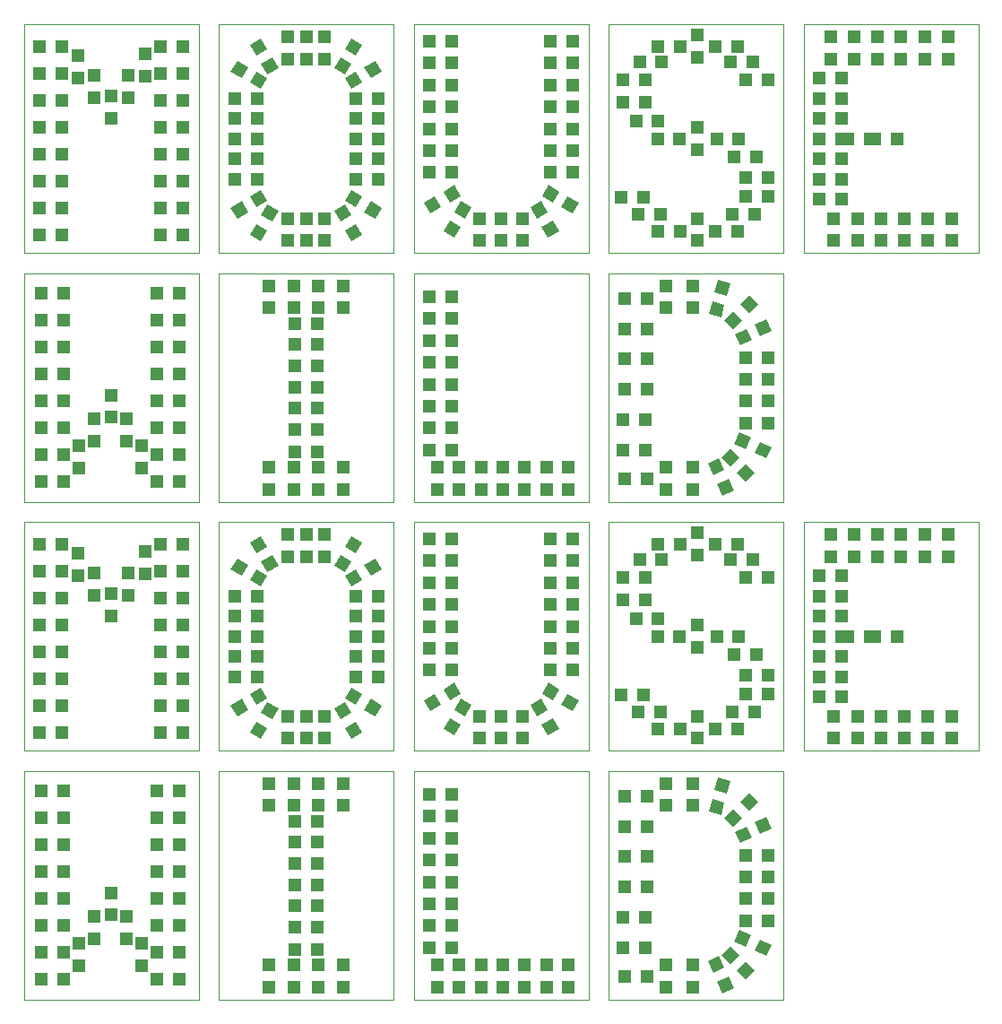
<source format=gtp>
G75*
G70*
%OFA0B0*%
%FSLAX25Y25*%
%IPPOS*%
%LPD*%
%AMOC8*
5,1,8,0,0,1.08239X$1,22.5*
%
%ADD17C,0.00000*%
%ADD19R,0.04720X0.04720*%
X0010000Y0010000D02*
G75*
%LPD*%
D17*
X0010000Y0010000D02*
X0010000Y0095000D01*
X0075000Y0095000D01*
X0075000Y0010000D01*
X0010000Y0010000D01*
D19*
X0016490Y0017500D03*
X0024760Y0017500D03*
X0030620Y0022740D03*
X0024760Y0027500D03*
X0030620Y0031010D03*
X0036250Y0032740D03*
X0036250Y0041010D03*
X0042500Y0041490D03*
X0048120Y0041010D03*
X0048120Y0032740D03*
X0053750Y0031010D03*
X0059610Y0027500D03*
X0053750Y0022740D03*
X0059610Y0017500D03*
X0067880Y0017500D03*
X0067880Y0027500D03*
X0067880Y0037500D03*
X0059610Y0037500D03*
X0059610Y0047500D03*
X0067880Y0047500D03*
X0067880Y0057500D03*
X0059610Y0057500D03*
X0059610Y0067500D03*
X0067880Y0067500D03*
X0067880Y0077500D03*
X0059610Y0077500D03*
X0059610Y0087500D03*
X0067880Y0087500D03*
X0042500Y0049760D03*
X0024760Y0047500D03*
X0016490Y0047500D03*
X0016490Y0057500D03*
X0024760Y0057500D03*
X0024760Y0067500D03*
X0016490Y0067500D03*
X0016490Y0077500D03*
X0024760Y0077500D03*
X0024760Y0087500D03*
X0016490Y0087500D03*
X0016490Y0037500D03*
X0024760Y0037500D03*
X0016490Y0027500D03*
X0082500Y0010000D02*
G75*
%LPD*%
D17*
X0082500Y0010000D02*
X0082500Y0095000D01*
X0147500Y0095000D01*
X0147500Y0010000D01*
X0082500Y0010000D01*
D19*
X0101250Y0014610D03*
X0101250Y0022880D03*
X0110620Y0022880D03*
X0110860Y0028750D03*
X0110860Y0036870D03*
X0110860Y0045000D03*
X0110860Y0052500D03*
X0110860Y0060620D03*
X0110860Y0068750D03*
X0110860Y0076250D03*
X0110620Y0082110D03*
X0110620Y0090380D03*
X0119370Y0090380D03*
X0119370Y0082110D03*
X0119130Y0076250D03*
X0119130Y0068750D03*
X0119130Y0060620D03*
X0119130Y0052500D03*
X0119130Y0045000D03*
X0119130Y0036870D03*
X0119130Y0028750D03*
X0119370Y0022880D03*
X0119370Y0014610D03*
X0110620Y0014610D03*
X0128750Y0014610D03*
X0128750Y0022880D03*
X0128750Y0082110D03*
X0128750Y0090380D03*
X0101250Y0090380D03*
X0101250Y0082110D03*
X0155000Y0010000D02*
G75*
%LPD*%
D17*
X0155000Y0010000D02*
X0155000Y0095000D01*
X0220000Y0095000D01*
X0220000Y0010000D01*
X0155000Y0010000D01*
D19*
X0163750Y0014610D03*
X0171870Y0014610D03*
X0180000Y0014610D03*
X0180000Y0022880D03*
X0171870Y0022880D03*
X0169130Y0029370D03*
X0163750Y0022880D03*
X0160860Y0029370D03*
X0160860Y0037500D03*
X0160860Y0045620D03*
X0160860Y0053750D03*
X0160860Y0061870D03*
X0160860Y0070000D03*
X0160860Y0078120D03*
X0160860Y0086250D03*
X0169130Y0086250D03*
X0169130Y0078120D03*
X0169130Y0070000D03*
X0169130Y0061870D03*
X0169130Y0053750D03*
X0169130Y0045620D03*
X0169130Y0037500D03*
X0188120Y0022880D03*
X0196250Y0022880D03*
X0204370Y0022880D03*
X0204370Y0014610D03*
X0196250Y0014610D03*
X0188120Y0014610D03*
X0212500Y0014610D03*
X0212500Y0022880D03*
X0227500Y0010000D02*
G75*
%LPD*%
D17*
X0227500Y0010000D02*
X0227500Y0095000D01*
X0292500Y0095000D01*
X0292500Y0010000D01*
X0227500Y0010000D01*
D19*
X0233360Y0018750D03*
X0241630Y0018750D03*
X0248750Y0022880D03*
X0248750Y0014610D03*
X0258750Y0014610D03*
X0258750Y0022880D03*
X0241010Y0029370D03*
X0232740Y0029370D03*
X0232740Y0040620D03*
X0241010Y0040620D03*
X0241630Y0051870D03*
X0233360Y0051870D03*
X0233360Y0063120D03*
X0241630Y0063120D03*
X0241630Y0074370D03*
X0233360Y0074370D03*
X0233360Y0085620D03*
X0241630Y0085620D03*
X0248750Y0082110D03*
X0248750Y0090380D03*
X0258750Y0090380D03*
X0258750Y0082110D03*
X0278360Y0063750D03*
X0278360Y0055620D03*
X0278360Y0047500D03*
X0278360Y0039370D03*
X0286630Y0039370D03*
X0286630Y0047500D03*
X0286630Y0055620D03*
X0286630Y0063750D03*
D19*
G36*
X0276360Y0068120D02*
X0274370Y0072390D01*
X0278640Y0074380D01*
X0280630Y0070110D01*
X0276360Y0068120D01*
G37*
G36*
X0273950Y0074370D02*
X0270620Y0077700D01*
X0273950Y0081030D01*
X0277280Y0077700D01*
X0273950Y0074370D01*
G37*
G36*
X0269340Y0078740D02*
X0264790Y0079970D01*
X0266020Y0084520D01*
X0270570Y0083290D01*
X0269340Y0078740D01*
G37*
G36*
X0271480Y0086720D02*
X0266930Y0087950D01*
X0268160Y0092500D01*
X0272710Y0091270D01*
X0271480Y0086720D01*
G37*
G36*
X0279790Y0080210D02*
X0276460Y0083540D01*
X0279790Y0086870D01*
X0283120Y0083540D01*
X0279790Y0080210D01*
G37*
G36*
X0283850Y0071610D02*
X0281860Y0075880D01*
X0286130Y0077870D01*
X0288120Y0073600D01*
X0283850Y0071610D01*
G37*
G36*
X0274210Y0031600D02*
X0276200Y0035870D01*
X0280470Y0033880D01*
X0278480Y0029610D01*
X0274210Y0031600D01*
G37*
G36*
X0269370Y0026670D02*
X0272700Y0030000D01*
X0276030Y0026670D01*
X0272700Y0023340D01*
X0269370Y0026670D01*
G37*
G36*
X0264300Y0024180D02*
X0268570Y0026170D01*
X0270560Y0021900D01*
X0266290Y0019910D01*
X0264300Y0024180D01*
G37*
G36*
X0267790Y0016690D02*
X0272060Y0018680D01*
X0274050Y0014410D01*
X0269780Y0012420D01*
X0267790Y0016690D01*
G37*
G36*
X0275210Y0020820D02*
X0278540Y0024150D01*
X0281870Y0020820D01*
X0278540Y0017490D01*
X0275210Y0020820D01*
G37*
G36*
X0281710Y0028110D02*
X0283700Y0032380D01*
X0287970Y0030390D01*
X0285980Y0026120D01*
X0281710Y0028110D01*
G37*
X0010000Y0102500D02*
G75*
%LPD*%
D17*
X0010000Y0102500D02*
X0010000Y0187500D01*
X0075000Y0187500D01*
X0075000Y0102500D01*
X0010000Y0102500D01*
D19*
X0015860Y0109370D03*
X0024130Y0109370D03*
X0024130Y0119370D03*
X0015860Y0119370D03*
X0015860Y0129370D03*
X0024130Y0129370D03*
X0024130Y0139370D03*
X0015860Y0139370D03*
X0015860Y0149370D03*
X0024130Y0149370D03*
X0024130Y0159370D03*
X0015860Y0159370D03*
X0015860Y0169370D03*
X0024130Y0169370D03*
X0030000Y0167740D03*
X0036250Y0168510D03*
X0030000Y0176010D03*
X0024130Y0179370D03*
X0015860Y0179370D03*
X0036250Y0160240D03*
X0042500Y0161010D03*
X0048750Y0160240D03*
X0048750Y0168510D03*
X0055000Y0168360D03*
X0060860Y0169370D03*
X0055000Y0176630D03*
X0060860Y0179370D03*
X0069130Y0179370D03*
X0069130Y0169370D03*
X0069130Y0159370D03*
X0060860Y0159370D03*
X0060860Y0149370D03*
X0069130Y0149370D03*
X0069130Y0139370D03*
X0060860Y0139370D03*
X0060860Y0129370D03*
X0069130Y0129370D03*
X0069130Y0119370D03*
X0060860Y0119370D03*
X0060860Y0109370D03*
X0069130Y0109370D03*
X0042500Y0152740D03*
X0082500Y0102500D02*
G75*
%LPD*%
D17*
X0082500Y0102500D02*
X0082500Y0187500D01*
X0147500Y0187500D01*
X0147500Y0102500D01*
X0082500Y0102500D01*
D19*
X0108120Y0107110D03*
X0115000Y0107110D03*
X0121870Y0107110D03*
X0121870Y0115380D03*
X0115000Y0115380D03*
X0108120Y0115380D03*
X0096630Y0130000D03*
X0096630Y0137500D03*
X0096630Y0145000D03*
X0096630Y0152500D03*
X0096630Y0160000D03*
X0088360Y0160000D03*
X0088360Y0152500D03*
X0088360Y0145000D03*
X0088360Y0137500D03*
X0088360Y0130000D03*
X0108120Y0174610D03*
X0115000Y0174610D03*
X0121870Y0174610D03*
X0121870Y0182880D03*
X0115000Y0182880D03*
X0108120Y0182880D03*
X0133360Y0160000D03*
X0133360Y0152500D03*
X0133360Y0145000D03*
X0133360Y0137500D03*
X0133360Y0130000D03*
X0141630Y0130000D03*
X0141630Y0137500D03*
X0141630Y0145000D03*
X0141630Y0152500D03*
X0141630Y0160000D03*
D19*
G36*
X0131810Y0163460D02*
X0129450Y0167540D01*
X0133530Y0169900D01*
X0135890Y0165820D01*
X0131810Y0163460D01*
G37*
G36*
X0129410Y0168820D02*
X0125330Y0171180D01*
X0127690Y0175260D01*
X0131770Y0172900D01*
X0129410Y0168820D01*
G37*
G36*
X0138970Y0167590D02*
X0136610Y0171670D01*
X0140690Y0174030D01*
X0143050Y0169950D01*
X0138970Y0167590D01*
G37*
G36*
X0133550Y0175980D02*
X0129470Y0178340D01*
X0131830Y0182420D01*
X0135910Y0180060D01*
X0133550Y0175980D01*
G37*
G36*
X0104660Y0171180D02*
X0100580Y0168820D01*
X0098220Y0172900D01*
X0102300Y0175260D01*
X0104660Y0171180D01*
G37*
G36*
X0100550Y0167540D02*
X0098190Y0163460D01*
X0094110Y0165820D01*
X0096470Y0169900D01*
X0100550Y0167540D01*
G37*
G36*
X0093390Y0171670D02*
X0091030Y0167590D01*
X0086950Y0169950D01*
X0089310Y0174030D01*
X0093390Y0171670D01*
G37*
G36*
X0100520Y0178340D02*
X0096440Y0175980D01*
X0094080Y0180060D01*
X0098160Y0182420D01*
X0100520Y0178340D01*
G37*
G36*
X0098190Y0125910D02*
X0100550Y0121830D01*
X0096470Y0119470D01*
X0094110Y0123550D01*
X0098190Y0125910D01*
G37*
G36*
X0100580Y0120550D02*
X0104660Y0118190D01*
X0102300Y0114110D01*
X0098220Y0116470D01*
X0100580Y0120550D01*
G37*
G36*
X0096440Y0113390D02*
X0100520Y0111030D01*
X0098160Y0106950D01*
X0094080Y0109310D01*
X0096440Y0113390D01*
G37*
G36*
X0091030Y0121770D02*
X0093390Y0117690D01*
X0089310Y0115330D01*
X0086950Y0119410D01*
X0091030Y0121770D01*
G37*
G36*
X0125330Y0118190D02*
X0129410Y0120550D01*
X0131770Y0116470D01*
X0127690Y0114110D01*
X0125330Y0118190D01*
G37*
G36*
X0129450Y0121830D02*
X0131810Y0125910D01*
X0135890Y0123550D01*
X0133530Y0119470D01*
X0129450Y0121830D01*
G37*
G36*
X0136610Y0117690D02*
X0138970Y0121770D01*
X0143050Y0119410D01*
X0140690Y0115330D01*
X0136610Y0117690D01*
G37*
G36*
X0129470Y0111030D02*
X0133550Y0113390D01*
X0135910Y0109310D01*
X0131830Y0106950D01*
X0129470Y0111030D01*
G37*
X0155000Y0102500D02*
G75*
%LPD*%
D17*
X0155000Y0102500D02*
X0155000Y0187500D01*
X0220000Y0187500D01*
X0220000Y0102500D01*
X0155000Y0102500D01*
D19*
X0179370Y0107110D03*
X0187500Y0107110D03*
X0187500Y0115380D03*
X0179370Y0115380D03*
X0169130Y0132500D03*
X0169130Y0140620D03*
X0169130Y0148750D03*
X0169130Y0156870D03*
X0169130Y0165000D03*
X0169130Y0173120D03*
X0169130Y0181250D03*
X0160860Y0181250D03*
X0160860Y0173120D03*
X0160860Y0165000D03*
X0160860Y0156870D03*
X0160860Y0148750D03*
X0160860Y0140620D03*
X0160860Y0132500D03*
X0195620Y0115380D03*
X0195620Y0107110D03*
X0205860Y0132500D03*
X0205860Y0140620D03*
X0205860Y0148750D03*
X0205860Y0156870D03*
X0205860Y0165000D03*
X0205860Y0173120D03*
X0205860Y0181250D03*
X0214130Y0181250D03*
X0214130Y0173120D03*
X0214130Y0165000D03*
X0214130Y0156870D03*
X0214130Y0148750D03*
X0214130Y0140620D03*
X0214130Y0132500D03*
D19*
G36*
X0209180Y0125420D02*
X0206820Y0121340D01*
X0202740Y0123700D01*
X0205100Y0127780D01*
X0209180Y0125420D01*
G37*
G36*
X0216340Y0121290D02*
X0213980Y0117210D01*
X0209900Y0119570D01*
X0212260Y0123650D01*
X0216340Y0121290D01*
G37*
G36*
X0209030Y0110560D02*
X0204950Y0108200D01*
X0202590Y0112280D01*
X0206670Y0114640D01*
X0209030Y0110560D01*
G37*
G36*
X0204900Y0117720D02*
X0200820Y0115360D01*
X0198460Y0119440D01*
X0202540Y0121800D01*
X0204900Y0117720D01*
G37*
G36*
X0174170Y0115360D02*
X0170090Y0117720D01*
X0172450Y0121800D01*
X0176530Y0119440D01*
X0174170Y0115360D01*
G37*
G36*
X0170040Y0108200D02*
X0165960Y0110560D01*
X0168320Y0114640D01*
X0172400Y0112280D01*
X0170040Y0108200D01*
G37*
G36*
X0161180Y0117210D02*
X0158820Y0121290D01*
X0162900Y0123650D01*
X0165260Y0119570D01*
X0161180Y0117210D01*
G37*
G36*
X0168340Y0121340D02*
X0165980Y0125420D01*
X0170060Y0127780D01*
X0172420Y0123700D01*
X0168340Y0121340D01*
G37*
X0227500Y0102500D02*
G75*
%LPD*%
D17*
X0227500Y0102500D02*
X0227500Y0187500D01*
X0292500Y0187500D01*
X0292500Y0102500D01*
X0227500Y0102500D01*
D19*
X0238360Y0116870D03*
X0240380Y0123120D03*
X0246630Y0116870D03*
X0245860Y0110620D03*
X0254130Y0110620D03*
X0260620Y0107110D03*
X0267110Y0110620D03*
X0260620Y0115380D03*
X0273360Y0116870D03*
X0275380Y0110620D03*
X0281630Y0116870D03*
X0278360Y0123750D03*
X0278360Y0130620D03*
X0274250Y0138230D03*
X0275900Y0145000D03*
X0282510Y0138230D03*
X0286630Y0130620D03*
X0286630Y0123750D03*
X0267630Y0145000D03*
X0260620Y0149130D03*
X0253950Y0145070D03*
X0260620Y0140860D03*
X0245680Y0145070D03*
X0245900Y0151610D03*
X0237630Y0151610D03*
X0241010Y0158750D03*
X0241010Y0166870D03*
X0238990Y0173750D03*
X0245860Y0179370D03*
X0247260Y0173750D03*
X0254130Y0179370D03*
X0260620Y0175240D03*
X0267110Y0179370D03*
X0272740Y0173750D03*
X0275380Y0179370D03*
X0281010Y0173750D03*
X0278360Y0166870D03*
X0286630Y0166870D03*
X0260620Y0183510D03*
X0232740Y0166870D03*
X0232740Y0158750D03*
X0232110Y0123120D03*
X0300000Y0102500D02*
G75*
%LPD*%
D17*
X0300000Y0102500D02*
X0300000Y0187500D01*
X0365000Y0187500D01*
X0365000Y0102500D01*
X0300000Y0102500D01*
D19*
X0311250Y0107110D03*
X0311250Y0115380D03*
X0314130Y0122500D03*
X0314130Y0130000D03*
X0314130Y0137500D03*
X0314130Y0145000D03*
X0316490Y0145000D03*
X0314130Y0152500D03*
X0314130Y0160000D03*
X0314130Y0167500D03*
X0310000Y0174610D03*
X0305860Y0167500D03*
X0305860Y0160000D03*
X0305860Y0152500D03*
X0305860Y0145000D03*
X0305860Y0137500D03*
X0305860Y0130000D03*
X0305860Y0122500D03*
X0320000Y0115380D03*
X0320000Y0107110D03*
X0328750Y0107110D03*
X0328750Y0115380D03*
X0337500Y0115380D03*
X0337500Y0107110D03*
X0346250Y0107110D03*
X0346250Y0115380D03*
X0355000Y0115380D03*
X0355000Y0107110D03*
X0334760Y0145000D03*
X0326490Y0145000D03*
X0324760Y0145000D03*
X0327500Y0174610D03*
X0327500Y0182880D03*
X0318750Y0182880D03*
X0318750Y0174610D03*
X0310000Y0182880D03*
X0336250Y0182880D03*
X0336250Y0174610D03*
X0345000Y0174610D03*
X0345000Y0182880D03*
X0353750Y0182880D03*
X0353750Y0174610D03*
X0010000Y0195000D02*
G75*
%LPD*%
D17*
X0010000Y0195000D02*
X0010000Y0280000D01*
X0075000Y0280000D01*
X0075000Y0195000D01*
X0010000Y0195000D01*
D19*
X0016490Y0202500D03*
X0024760Y0202500D03*
X0030620Y0207740D03*
X0024760Y0212500D03*
X0030620Y0216010D03*
X0036250Y0217740D03*
X0036250Y0226010D03*
X0042500Y0226490D03*
X0048120Y0226010D03*
X0048120Y0217740D03*
X0053750Y0216010D03*
X0059610Y0212500D03*
X0053750Y0207740D03*
X0059610Y0202500D03*
X0067880Y0202500D03*
X0067880Y0212500D03*
X0067880Y0222500D03*
X0059610Y0222500D03*
X0059610Y0232500D03*
X0067880Y0232500D03*
X0067880Y0242500D03*
X0059610Y0242500D03*
X0059610Y0252500D03*
X0067880Y0252500D03*
X0067880Y0262500D03*
X0059610Y0262500D03*
X0059610Y0272500D03*
X0067880Y0272500D03*
X0042500Y0234760D03*
X0024760Y0232500D03*
X0016490Y0232500D03*
X0016490Y0242500D03*
X0024760Y0242500D03*
X0024760Y0252500D03*
X0016490Y0252500D03*
X0016490Y0262500D03*
X0024760Y0262500D03*
X0024760Y0272500D03*
X0016490Y0272500D03*
X0016490Y0222500D03*
X0024760Y0222500D03*
X0016490Y0212500D03*
X0082500Y0195000D02*
G75*
%LPD*%
D17*
X0082500Y0195000D02*
X0082500Y0280000D01*
X0147500Y0280000D01*
X0147500Y0195000D01*
X0082500Y0195000D01*
D19*
X0101250Y0199610D03*
X0101250Y0207880D03*
X0110620Y0207880D03*
X0110860Y0213750D03*
X0110860Y0221870D03*
X0110860Y0230000D03*
X0110860Y0237500D03*
X0110860Y0245620D03*
X0110860Y0253750D03*
X0110860Y0261250D03*
X0110620Y0267110D03*
X0110620Y0275380D03*
X0119370Y0275380D03*
X0119370Y0267110D03*
X0119130Y0261250D03*
X0119130Y0253750D03*
X0119130Y0245620D03*
X0119130Y0237500D03*
X0119130Y0230000D03*
X0119130Y0221870D03*
X0119130Y0213750D03*
X0119370Y0207880D03*
X0119370Y0199610D03*
X0110620Y0199610D03*
X0128750Y0199610D03*
X0128750Y0207880D03*
X0128750Y0267110D03*
X0128750Y0275380D03*
X0101250Y0275380D03*
X0101250Y0267110D03*
X0155000Y0195000D02*
G75*
%LPD*%
D17*
X0155000Y0195000D02*
X0155000Y0280000D01*
X0220000Y0280000D01*
X0220000Y0195000D01*
X0155000Y0195000D01*
D19*
X0163750Y0199610D03*
X0171870Y0199610D03*
X0180000Y0199610D03*
X0180000Y0207880D03*
X0171870Y0207880D03*
X0169130Y0214370D03*
X0163750Y0207880D03*
X0160860Y0214370D03*
X0160860Y0222500D03*
X0160860Y0230620D03*
X0160860Y0238750D03*
X0160860Y0246870D03*
X0160860Y0255000D03*
X0160860Y0263120D03*
X0160860Y0271250D03*
X0169130Y0271250D03*
X0169130Y0263120D03*
X0169130Y0255000D03*
X0169130Y0246870D03*
X0169130Y0238750D03*
X0169130Y0230620D03*
X0169130Y0222500D03*
X0188120Y0207880D03*
X0196250Y0207880D03*
X0204370Y0207880D03*
X0204370Y0199610D03*
X0196250Y0199610D03*
X0188120Y0199610D03*
X0212500Y0199610D03*
X0212500Y0207880D03*
X0227500Y0195000D02*
G75*
%LPD*%
D17*
X0227500Y0195000D02*
X0227500Y0280000D01*
X0292500Y0280000D01*
X0292500Y0195000D01*
X0227500Y0195000D01*
D19*
X0233360Y0203750D03*
X0241630Y0203750D03*
X0248750Y0207880D03*
X0248750Y0199610D03*
X0258750Y0199610D03*
X0258750Y0207880D03*
X0241010Y0214370D03*
X0232740Y0214370D03*
X0232740Y0225620D03*
X0241010Y0225620D03*
X0241630Y0236870D03*
X0233360Y0236870D03*
X0233360Y0248120D03*
X0241630Y0248120D03*
X0241630Y0259370D03*
X0233360Y0259370D03*
X0233360Y0270620D03*
X0241630Y0270620D03*
X0248750Y0267110D03*
X0248750Y0275380D03*
X0258750Y0275380D03*
X0258750Y0267110D03*
X0278360Y0248750D03*
X0278360Y0240620D03*
X0278360Y0232500D03*
X0278360Y0224370D03*
X0286630Y0224370D03*
X0286630Y0232500D03*
X0286630Y0240620D03*
X0286630Y0248750D03*
D19*
G36*
X0276360Y0253120D02*
X0274370Y0257390D01*
X0278640Y0259380D01*
X0280630Y0255110D01*
X0276360Y0253120D01*
G37*
G36*
X0273950Y0259370D02*
X0270620Y0262700D01*
X0273950Y0266030D01*
X0277280Y0262700D01*
X0273950Y0259370D01*
G37*
G36*
X0269340Y0263740D02*
X0264790Y0264970D01*
X0266020Y0269520D01*
X0270570Y0268290D01*
X0269340Y0263740D01*
G37*
G36*
X0271480Y0271720D02*
X0266930Y0272950D01*
X0268160Y0277500D01*
X0272710Y0276270D01*
X0271480Y0271720D01*
G37*
G36*
X0279790Y0265210D02*
X0276460Y0268540D01*
X0279790Y0271870D01*
X0283120Y0268540D01*
X0279790Y0265210D01*
G37*
G36*
X0283850Y0256610D02*
X0281860Y0260880D01*
X0286130Y0262870D01*
X0288120Y0258600D01*
X0283850Y0256610D01*
G37*
G36*
X0274210Y0216600D02*
X0276200Y0220870D01*
X0280470Y0218880D01*
X0278480Y0214610D01*
X0274210Y0216600D01*
G37*
G36*
X0269370Y0211670D02*
X0272700Y0215000D01*
X0276030Y0211670D01*
X0272700Y0208340D01*
X0269370Y0211670D01*
G37*
G36*
X0264300Y0209180D02*
X0268570Y0211170D01*
X0270560Y0206900D01*
X0266290Y0204910D01*
X0264300Y0209180D01*
G37*
G36*
X0267790Y0201690D02*
X0272060Y0203680D01*
X0274050Y0199410D01*
X0269780Y0197420D01*
X0267790Y0201690D01*
G37*
G36*
X0275210Y0205820D02*
X0278540Y0209150D01*
X0281870Y0205820D01*
X0278540Y0202490D01*
X0275210Y0205820D01*
G37*
G36*
X0281710Y0213110D02*
X0283700Y0217380D01*
X0287970Y0215390D01*
X0285980Y0211120D01*
X0281710Y0213110D01*
G37*
X0010000Y0287500D02*
G75*
%LPD*%
D17*
X0010000Y0287500D02*
X0010000Y0372500D01*
X0075000Y0372500D01*
X0075000Y0287500D01*
X0010000Y0287500D01*
D19*
X0015860Y0294370D03*
X0024130Y0294370D03*
X0024130Y0304370D03*
X0015860Y0304370D03*
X0015860Y0314370D03*
X0024130Y0314370D03*
X0024130Y0324370D03*
X0015860Y0324370D03*
X0015860Y0334370D03*
X0024130Y0334370D03*
X0024130Y0344370D03*
X0015860Y0344370D03*
X0015860Y0354370D03*
X0024130Y0354370D03*
X0030000Y0352740D03*
X0036250Y0353510D03*
X0030000Y0361010D03*
X0024130Y0364370D03*
X0015860Y0364370D03*
X0036250Y0345240D03*
X0042500Y0346010D03*
X0048750Y0345240D03*
X0048750Y0353510D03*
X0055000Y0353360D03*
X0060860Y0354370D03*
X0055000Y0361630D03*
X0060860Y0364370D03*
X0069130Y0364370D03*
X0069130Y0354370D03*
X0069130Y0344370D03*
X0060860Y0344370D03*
X0060860Y0334370D03*
X0069130Y0334370D03*
X0069130Y0324370D03*
X0060860Y0324370D03*
X0060860Y0314370D03*
X0069130Y0314370D03*
X0069130Y0304370D03*
X0060860Y0304370D03*
X0060860Y0294370D03*
X0069130Y0294370D03*
X0042500Y0337740D03*
X0082500Y0287500D02*
G75*
%LPD*%
D17*
X0082500Y0287500D02*
X0082500Y0372500D01*
X0147500Y0372500D01*
X0147500Y0287500D01*
X0082500Y0287500D01*
D19*
X0108120Y0292110D03*
X0115000Y0292110D03*
X0121870Y0292110D03*
X0121870Y0300380D03*
X0115000Y0300380D03*
X0108120Y0300380D03*
X0096630Y0315000D03*
X0096630Y0322500D03*
X0096630Y0330000D03*
X0096630Y0337500D03*
X0096630Y0345000D03*
X0088360Y0345000D03*
X0088360Y0337500D03*
X0088360Y0330000D03*
X0088360Y0322500D03*
X0088360Y0315000D03*
X0108120Y0359610D03*
X0115000Y0359610D03*
X0121870Y0359610D03*
X0121870Y0367880D03*
X0115000Y0367880D03*
X0108120Y0367880D03*
X0133360Y0345000D03*
X0133360Y0337500D03*
X0133360Y0330000D03*
X0133360Y0322500D03*
X0133360Y0315000D03*
X0141630Y0315000D03*
X0141630Y0322500D03*
X0141630Y0330000D03*
X0141630Y0337500D03*
X0141630Y0345000D03*
D19*
G36*
X0131810Y0348460D02*
X0129450Y0352540D01*
X0133530Y0354900D01*
X0135890Y0350820D01*
X0131810Y0348460D01*
G37*
G36*
X0129410Y0353820D02*
X0125330Y0356180D01*
X0127690Y0360260D01*
X0131770Y0357900D01*
X0129410Y0353820D01*
G37*
G36*
X0138970Y0352590D02*
X0136610Y0356670D01*
X0140690Y0359030D01*
X0143050Y0354950D01*
X0138970Y0352590D01*
G37*
G36*
X0133550Y0360980D02*
X0129470Y0363340D01*
X0131830Y0367420D01*
X0135910Y0365060D01*
X0133550Y0360980D01*
G37*
G36*
X0104660Y0356180D02*
X0100580Y0353820D01*
X0098220Y0357900D01*
X0102300Y0360260D01*
X0104660Y0356180D01*
G37*
G36*
X0100550Y0352540D02*
X0098190Y0348460D01*
X0094110Y0350820D01*
X0096470Y0354900D01*
X0100550Y0352540D01*
G37*
G36*
X0093390Y0356670D02*
X0091030Y0352590D01*
X0086950Y0354950D01*
X0089310Y0359030D01*
X0093390Y0356670D01*
G37*
G36*
X0100520Y0363340D02*
X0096440Y0360980D01*
X0094080Y0365060D01*
X0098160Y0367420D01*
X0100520Y0363340D01*
G37*
G36*
X0098190Y0310910D02*
X0100550Y0306830D01*
X0096470Y0304470D01*
X0094110Y0308550D01*
X0098190Y0310910D01*
G37*
G36*
X0100580Y0305550D02*
X0104660Y0303190D01*
X0102300Y0299110D01*
X0098220Y0301470D01*
X0100580Y0305550D01*
G37*
G36*
X0096440Y0298390D02*
X0100520Y0296030D01*
X0098160Y0291950D01*
X0094080Y0294310D01*
X0096440Y0298390D01*
G37*
G36*
X0091030Y0306770D02*
X0093390Y0302690D01*
X0089310Y0300330D01*
X0086950Y0304410D01*
X0091030Y0306770D01*
G37*
G36*
X0125330Y0303190D02*
X0129410Y0305550D01*
X0131770Y0301470D01*
X0127690Y0299110D01*
X0125330Y0303190D01*
G37*
G36*
X0129450Y0306830D02*
X0131810Y0310910D01*
X0135890Y0308550D01*
X0133530Y0304470D01*
X0129450Y0306830D01*
G37*
G36*
X0136610Y0302690D02*
X0138970Y0306770D01*
X0143050Y0304410D01*
X0140690Y0300330D01*
X0136610Y0302690D01*
G37*
G36*
X0129470Y0296030D02*
X0133550Y0298390D01*
X0135910Y0294310D01*
X0131830Y0291950D01*
X0129470Y0296030D01*
G37*
X0155000Y0287500D02*
G75*
%LPD*%
D17*
X0155000Y0287500D02*
X0155000Y0372500D01*
X0220000Y0372500D01*
X0220000Y0287500D01*
X0155000Y0287500D01*
D19*
X0179370Y0292110D03*
X0187500Y0292110D03*
X0187500Y0300380D03*
X0179370Y0300380D03*
X0169130Y0317500D03*
X0169130Y0325620D03*
X0169130Y0333750D03*
X0169130Y0341870D03*
X0169130Y0350000D03*
X0169130Y0358120D03*
X0169130Y0366250D03*
X0160860Y0366250D03*
X0160860Y0358120D03*
X0160860Y0350000D03*
X0160860Y0341870D03*
X0160860Y0333750D03*
X0160860Y0325620D03*
X0160860Y0317500D03*
X0195620Y0300380D03*
X0195620Y0292110D03*
X0205860Y0317500D03*
X0205860Y0325620D03*
X0205860Y0333750D03*
X0205860Y0341870D03*
X0205860Y0350000D03*
X0205860Y0358120D03*
X0205860Y0366250D03*
X0214130Y0366250D03*
X0214130Y0358120D03*
X0214130Y0350000D03*
X0214130Y0341870D03*
X0214130Y0333750D03*
X0214130Y0325620D03*
X0214130Y0317500D03*
D19*
G36*
X0209180Y0310420D02*
X0206820Y0306340D01*
X0202740Y0308700D01*
X0205100Y0312780D01*
X0209180Y0310420D01*
G37*
G36*
X0216340Y0306290D02*
X0213980Y0302210D01*
X0209900Y0304570D01*
X0212260Y0308650D01*
X0216340Y0306290D01*
G37*
G36*
X0209030Y0295560D02*
X0204950Y0293200D01*
X0202590Y0297280D01*
X0206670Y0299640D01*
X0209030Y0295560D01*
G37*
G36*
X0204900Y0302720D02*
X0200820Y0300360D01*
X0198460Y0304440D01*
X0202540Y0306800D01*
X0204900Y0302720D01*
G37*
G36*
X0174170Y0300360D02*
X0170090Y0302720D01*
X0172450Y0306800D01*
X0176530Y0304440D01*
X0174170Y0300360D01*
G37*
G36*
X0170040Y0293200D02*
X0165960Y0295560D01*
X0168320Y0299640D01*
X0172400Y0297280D01*
X0170040Y0293200D01*
G37*
G36*
X0161180Y0302210D02*
X0158820Y0306290D01*
X0162900Y0308650D01*
X0165260Y0304570D01*
X0161180Y0302210D01*
G37*
G36*
X0168340Y0306340D02*
X0165980Y0310420D01*
X0170060Y0312780D01*
X0172420Y0308700D01*
X0168340Y0306340D01*
G37*
X0227500Y0287500D02*
G75*
%LPD*%
D17*
X0227500Y0287500D02*
X0227500Y0372500D01*
X0292500Y0372500D01*
X0292500Y0287500D01*
X0227500Y0287500D01*
D19*
X0238360Y0301870D03*
X0240380Y0308120D03*
X0246630Y0301870D03*
X0245860Y0295620D03*
X0254130Y0295620D03*
X0260620Y0292110D03*
X0267110Y0295620D03*
X0260620Y0300380D03*
X0273360Y0301870D03*
X0275380Y0295620D03*
X0281630Y0301870D03*
X0278360Y0308750D03*
X0278360Y0315620D03*
X0274250Y0323230D03*
X0275900Y0330000D03*
X0282510Y0323230D03*
X0286630Y0315620D03*
X0286630Y0308750D03*
X0267630Y0330000D03*
X0260620Y0334130D03*
X0253950Y0330070D03*
X0260620Y0325860D03*
X0245680Y0330070D03*
X0245900Y0336610D03*
X0237630Y0336610D03*
X0241010Y0343750D03*
X0241010Y0351870D03*
X0238990Y0358750D03*
X0245860Y0364370D03*
X0247260Y0358750D03*
X0254130Y0364370D03*
X0260620Y0360240D03*
X0267110Y0364370D03*
X0272740Y0358750D03*
X0275380Y0364370D03*
X0281010Y0358750D03*
X0278360Y0351870D03*
X0286630Y0351870D03*
X0260620Y0368510D03*
X0232740Y0351870D03*
X0232740Y0343750D03*
X0232110Y0308120D03*
X0300000Y0287500D02*
G75*
%LPD*%
D17*
X0300000Y0287500D02*
X0300000Y0372500D01*
X0365000Y0372500D01*
X0365000Y0287500D01*
X0300000Y0287500D01*
D19*
X0311250Y0292110D03*
X0311250Y0300380D03*
X0314130Y0307500D03*
X0314130Y0315000D03*
X0314130Y0322500D03*
X0314130Y0330000D03*
X0316490Y0330000D03*
X0314130Y0337500D03*
X0314130Y0345000D03*
X0314130Y0352500D03*
X0310000Y0359610D03*
X0305860Y0352500D03*
X0305860Y0345000D03*
X0305860Y0337500D03*
X0305860Y0330000D03*
X0305860Y0322500D03*
X0305860Y0315000D03*
X0305860Y0307500D03*
X0320000Y0300380D03*
X0320000Y0292110D03*
X0328750Y0292110D03*
X0328750Y0300380D03*
X0337500Y0300380D03*
X0337500Y0292110D03*
X0346250Y0292110D03*
X0346250Y0300380D03*
X0355000Y0300380D03*
X0355000Y0292110D03*
X0334760Y0330000D03*
X0326490Y0330000D03*
X0324760Y0330000D03*
X0327500Y0359610D03*
X0327500Y0367880D03*
X0318750Y0367880D03*
X0318750Y0359610D03*
X0310000Y0367880D03*
X0336250Y0367880D03*
X0336250Y0359610D03*
X0345000Y0359610D03*
X0345000Y0367880D03*
X0353750Y0367880D03*
X0353750Y0359610D03*
M02*

</source>
